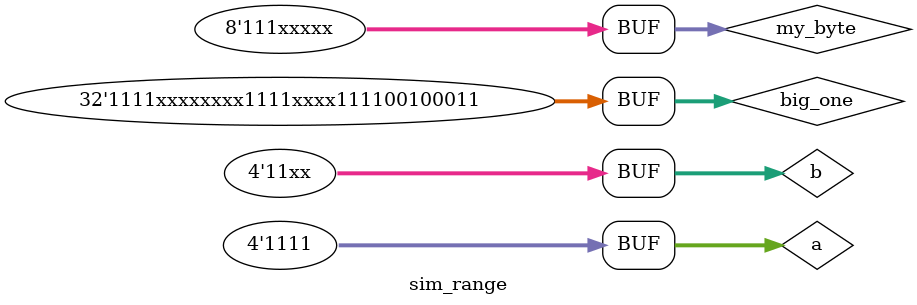
<source format=v>
module sim_range();
    wire [7:0] my_wire;
    reg [3:0] a;
    reg [3:0] b;
    reg [7:0] my_byte;
    reg [31:0] big_one;

    initial begin #5;
        my_byte = 21;
        my_byte = my_wire;
        my_byte = {4'b1111,a};
        {a,b} = my_byte;

        big_one = {my_byte, {2{b,a}}, 8'd35};

        a = my_byte[7:4];
        my_byte = big_one[30:23];
        b[3:1] = my_byte[6:4];
    end
endmodule
</source>
